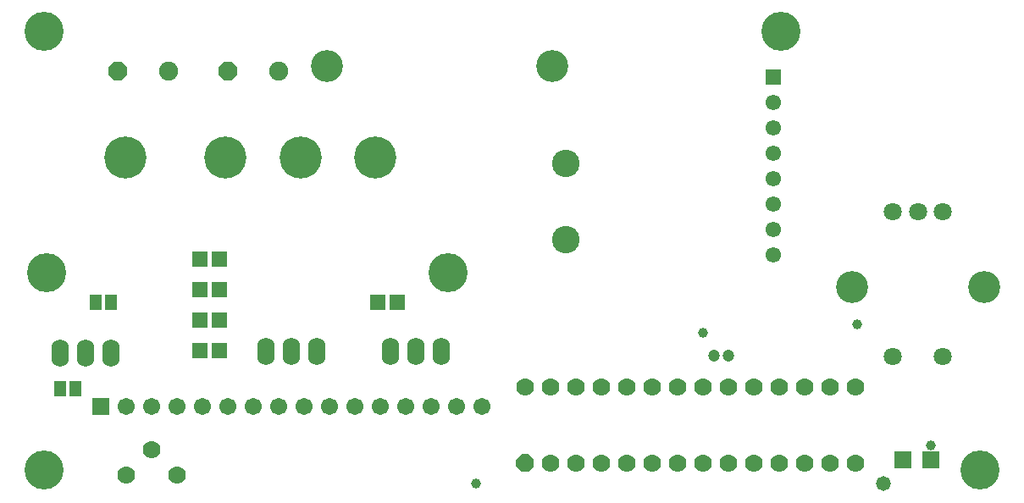
<source format=gbr>
%FSLAX44Y44*%
%MOMM*%
G71*
G01*
G75*
G04 Layer_Color=16711935*
%ADD10R,1.1000X1.4000*%
%ADD11R,1.3000X1.4000*%
%ADD12R,1.4000X5.2000*%
%ADD13R,1.7000X2.0000*%
%ADD14R,1.4000X1.0000*%
%ADD15C,0.5000*%
%ADD16C,0.2000*%
%ADD17C,2.0000*%
%ADD18C,0.6500*%
%ADD19C,0.6500*%
%ADD20C,0.3000*%
%ADD21C,3.7000*%
%ADD22C,1.5000*%
%ADD23R,1.5000X1.5000*%
%ADD24P,1.8401X8X22.5*%
%ADD25C,1.7000*%
%ADD26C,3.0000*%
%ADD27C,4.0000*%
%ADD28C,2.5400*%
%ADD29C,1.5748*%
%ADD30P,1.7046X8X112.5*%
%ADD31O,1.5240X2.5400*%
%ADD32C,1.3508*%
%ADD33R,1.3508X1.3508*%
%ADD34C,1.0000*%
%ADD35C,1.6000*%
%ADD36C,0.8000*%
%ADD37C,1.2700*%
%ADD38R,1.6000X1.6000*%
%ADD39C,0.4000*%
%ADD40C,0.7000*%
%ADD41C,0.2540*%
%ADD42C,0.1524*%
%ADD43C,0.1500*%
%ADD44C,0.2032*%
%ADD45C,0.3048*%
%ADD46R,1.3032X1.6032*%
%ADD47R,1.5032X1.6032*%
%ADD48R,1.6032X5.4032*%
%ADD49R,1.9032X2.2032*%
%ADD50R,1.6032X1.2032*%
%ADD51C,3.9032*%
%ADD52C,1.7032*%
%ADD53R,1.7032X1.7032*%
%ADD54P,2.0600X8X22.5*%
%ADD55C,1.9032*%
%ADD56C,3.2032*%
%ADD57C,4.2032*%
%ADD58C,2.7432*%
%ADD59C,1.7780*%
%ADD60P,1.9245X8X112.5*%
%ADD61O,1.7272X2.7432*%
%ADD62C,1.5540*%
%ADD63R,1.5540X1.5540*%
%ADD64C,1.2032*%
%ADD65C,1.8032*%
%ADD66C,1.0032*%
%ADD67C,1.4732*%
%ADD68R,1.8032X1.8032*%
D46*
X83940Y199390D02*
D03*
X98940D02*
D03*
X63380Y113030D02*
D03*
X48380D02*
D03*
D47*
X384760Y199390D02*
D03*
X365760D02*
D03*
X206960Y242570D02*
D03*
X187960D02*
D03*
X206960Y212090D02*
D03*
X187960D02*
D03*
X206960Y181610D02*
D03*
X187960D02*
D03*
X206960Y151130D02*
D03*
X187960D02*
D03*
D51*
X31750Y469900D02*
D03*
Y31750D02*
D03*
X967740D02*
D03*
X34290Y228600D02*
D03*
X435610D02*
D03*
X768350Y469900D02*
D03*
D52*
X469900Y95250D02*
D03*
X444500D02*
D03*
X419100D02*
D03*
X393700D02*
D03*
X368300D02*
D03*
X342900D02*
D03*
X317500D02*
D03*
X292100D02*
D03*
X266700D02*
D03*
X241300D02*
D03*
X215900D02*
D03*
X190500D02*
D03*
X165100D02*
D03*
X139700D02*
D03*
X114300D02*
D03*
D53*
X88900D02*
D03*
D54*
X105410Y430530D02*
D03*
X215900D02*
D03*
D55*
X156210D02*
D03*
X266700D02*
D03*
D56*
X314706Y435610D02*
D03*
X539750D02*
D03*
X971550Y214630D02*
D03*
X839470D02*
D03*
D57*
X363220Y344170D02*
D03*
X288030D02*
D03*
X213106D02*
D03*
X113030D02*
D03*
D58*
X553720Y337820D02*
D03*
Y261620D02*
D03*
D59*
X843280Y38100D02*
D03*
X817880D02*
D03*
X792480D02*
D03*
X538480D02*
D03*
X563880D02*
D03*
X589280D02*
D03*
X614680D02*
D03*
X640080D02*
D03*
X665480D02*
D03*
X690880D02*
D03*
X716280D02*
D03*
X741680D02*
D03*
X767080D02*
D03*
Y114300D02*
D03*
X741680D02*
D03*
X716280D02*
D03*
X690880D02*
D03*
X665480D02*
D03*
X640080D02*
D03*
X614680D02*
D03*
X589280D02*
D03*
X563880D02*
D03*
X538480D02*
D03*
X513080D02*
D03*
X843280D02*
D03*
X817880D02*
D03*
X792480D02*
D03*
X165100Y26670D02*
D03*
X139700Y52070D02*
D03*
X114300Y26670D02*
D03*
D60*
X513080Y38100D02*
D03*
D61*
X73660Y148590D02*
D03*
X48260D02*
D03*
X99060D02*
D03*
X279400Y149860D02*
D03*
X254000D02*
D03*
X304800D02*
D03*
X403860D02*
D03*
X378460D02*
D03*
X429260D02*
D03*
D62*
X760730Y246380D02*
D03*
Y271780D02*
D03*
Y297180D02*
D03*
Y322580D02*
D03*
Y347980D02*
D03*
Y373380D02*
D03*
Y398780D02*
D03*
D63*
Y424180D02*
D03*
D64*
X716280Y146050D02*
D03*
X701280D02*
D03*
D65*
X905550Y289630D02*
D03*
X930550D02*
D03*
X880550D02*
D03*
Y144630D02*
D03*
X930550D02*
D03*
D66*
X918270Y55820D02*
D03*
X463500Y18288D02*
D03*
X690880Y168924D02*
D03*
X845058Y176784D02*
D03*
D67*
X871220Y17780D02*
D03*
D68*
X918270Y41910D02*
D03*
X890270D02*
D03*
M02*

</source>
